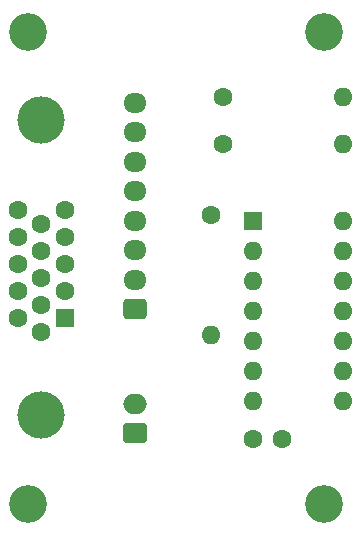
<source format=gbr>
%TF.GenerationSoftware,KiCad,Pcbnew,(6.0.1)*%
%TF.CreationDate,2022-01-23T22:03:48-08:00*%
%TF.ProjectId,gbsc-sync-combiner-v3,67627363-2d73-4796-9e63-2d636f6d6269,rev?*%
%TF.SameCoordinates,Original*%
%TF.FileFunction,Soldermask,Bot*%
%TF.FilePolarity,Negative*%
%FSLAX46Y46*%
G04 Gerber Fmt 4.6, Leading zero omitted, Abs format (unit mm)*
G04 Created by KiCad (PCBNEW (6.0.1)) date 2022-01-23 22:03:48*
%MOMM*%
%LPD*%
G01*
G04 APERTURE LIST*
G04 Aperture macros list*
%AMRoundRect*
0 Rectangle with rounded corners*
0 $1 Rounding radius*
0 $2 $3 $4 $5 $6 $7 $8 $9 X,Y pos of 4 corners*
0 Add a 4 corners polygon primitive as box body*
4,1,4,$2,$3,$4,$5,$6,$7,$8,$9,$2,$3,0*
0 Add four circle primitives for the rounded corners*
1,1,$1+$1,$2,$3*
1,1,$1+$1,$4,$5*
1,1,$1+$1,$6,$7*
1,1,$1+$1,$8,$9*
0 Add four rect primitives between the rounded corners*
20,1,$1+$1,$2,$3,$4,$5,0*
20,1,$1+$1,$4,$5,$6,$7,0*
20,1,$1+$1,$6,$7,$8,$9,0*
20,1,$1+$1,$8,$9,$2,$3,0*%
G04 Aperture macros list end*
%ADD10RoundRect,0.250000X0.750000X-0.600000X0.750000X0.600000X-0.750000X0.600000X-0.750000X-0.600000X0*%
%ADD11O,2.000000X1.700000*%
%ADD12RoundRect,0.250000X0.725000X-0.600000X0.725000X0.600000X-0.725000X0.600000X-0.725000X-0.600000X0*%
%ADD13O,1.950000X1.700000*%
%ADD14R,1.600000X1.600000*%
%ADD15O,1.600000X1.600000*%
%ADD16C,1.600000*%
%ADD17C,3.200000*%
%ADD18C,4.000000*%
G04 APERTURE END LIST*
D10*
%TO.C,J2*%
X110000000Y-87000000D03*
D11*
X110000000Y-84500000D03*
%TD*%
D12*
%TO.C,J3*%
X110000000Y-76500000D03*
D13*
X110000000Y-74000000D03*
X110000000Y-71500000D03*
X110000000Y-69000000D03*
X110000000Y-66500000D03*
X110000000Y-64000000D03*
X110000000Y-61500000D03*
X110000000Y-59000000D03*
%TD*%
D14*
%TO.C,U1*%
X120000000Y-69000000D03*
D15*
X120000000Y-71540000D03*
X120000000Y-74080000D03*
X120000000Y-76620000D03*
X120000000Y-79160000D03*
X120000000Y-81700000D03*
X120000000Y-84240000D03*
X127620000Y-84240000D03*
X127620000Y-81700000D03*
X127620000Y-79160000D03*
X127620000Y-76620000D03*
X127620000Y-74080000D03*
X127620000Y-71540000D03*
X127620000Y-69000000D03*
%TD*%
D16*
%TO.C,R1*%
X117500000Y-58500000D03*
D15*
X127660000Y-58500000D03*
%TD*%
D16*
%TO.C,C1*%
X122500000Y-87500000D03*
X120000000Y-87500000D03*
%TD*%
D17*
%TO.C,H1*%
X101000000Y-53000000D03*
%TD*%
%TO.C,H2*%
X101000000Y-93000000D03*
%TD*%
%TO.C,H3*%
X126000000Y-93000000D03*
%TD*%
%TO.C,H4*%
X126000000Y-53000000D03*
%TD*%
D18*
%TO.C,J1*%
X102036660Y-60435000D03*
X102036660Y-85435000D03*
D14*
X104086660Y-77250000D03*
D16*
X104086660Y-74960000D03*
X104086660Y-72670000D03*
X104086660Y-70380000D03*
X104086660Y-68090000D03*
X102106660Y-78395000D03*
X102106660Y-76105000D03*
X102106660Y-73815000D03*
X102106660Y-71525000D03*
X102106660Y-69235000D03*
X100126660Y-77250000D03*
X100126660Y-74960000D03*
X100126660Y-72670000D03*
X100126660Y-70380000D03*
X100126660Y-68090000D03*
%TD*%
%TO.C,R3*%
X116500000Y-68500000D03*
D15*
X116500000Y-78660000D03*
%TD*%
D16*
%TO.C,R2*%
X117500000Y-62500000D03*
D15*
X127660000Y-62500000D03*
%TD*%
M02*

</source>
